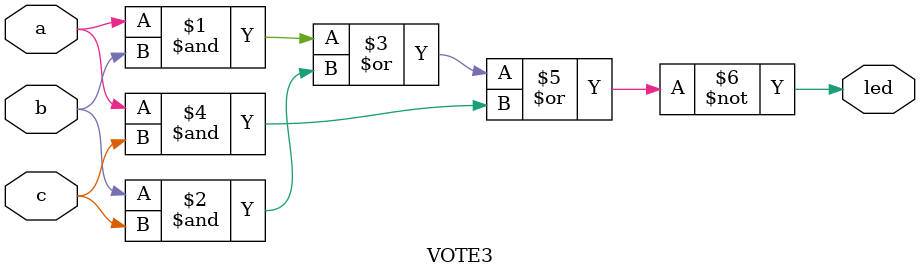
<source format=v>
  module VOTE3
    (
      input wire a,           //3个输入变量a、b、c
      input wire b,
      input wire c,
      output wire led         //显示表决结果led
    );
     assign 	led = ~((a&b)|(b&c)|(a&c));   //根据逻辑表达式得到表决结果
  endmodule
</source>
